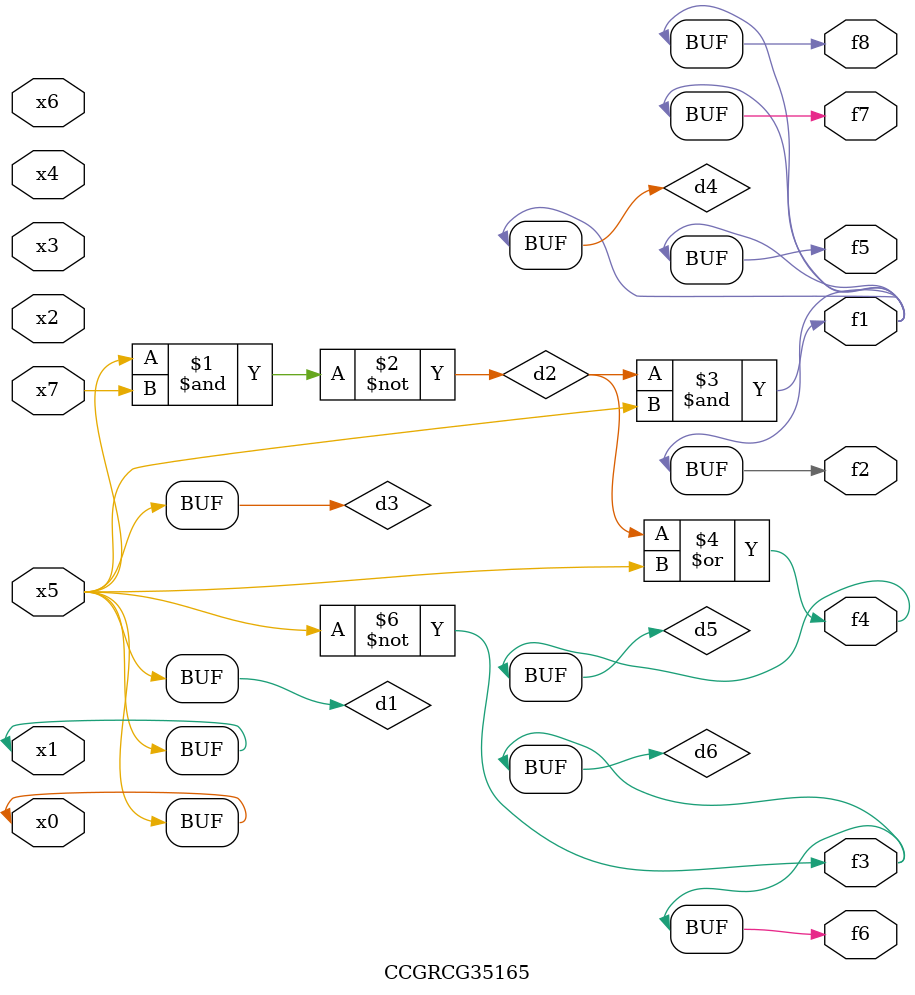
<source format=v>
module CCGRCG35165(
	input x0, x1, x2, x3, x4, x5, x6, x7,
	output f1, f2, f3, f4, f5, f6, f7, f8
);

	wire d1, d2, d3, d4, d5, d6;

	buf (d1, x0, x5);
	nand (d2, x5, x7);
	buf (d3, x0, x1);
	and (d4, d2, d3);
	or (d5, d2, d3);
	nor (d6, d1, d3);
	assign f1 = d4;
	assign f2 = d4;
	assign f3 = d6;
	assign f4 = d5;
	assign f5 = d4;
	assign f6 = d6;
	assign f7 = d4;
	assign f8 = d4;
endmodule

</source>
